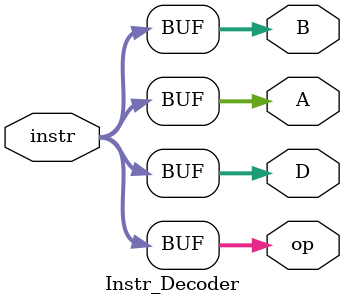
<source format=v>
module Instr_Decoder 
#(
    parameter       INSTR_WIDTH             = 0,
    parameter       OPCODE_WIDTH            = 0,
    parameter       D_OPERAND_WIDTH         = 0,
    parameter       A_OPERAND_WIDTH         = 0,
    parameter       B_OPERAND_WIDTH         = 0
)
(
    input   wire    [INSTR_WIDTH-1:0]       instr,
    output  reg     [OPCODE_WIDTH-1:0]      op,
    output  reg     [D_OPERAND_WIDTH-1:0]   D,    
    output  reg     [A_OPERAND_WIDTH-1:0]   A,    
    output  reg     [B_OPERAND_WIDTH-1:0]   B    
);
    always @(*) begin
        op  <= instr[(INSTR_WIDTH-1)                                                        : (D_OPERAND_WIDTH + A_OPERAND_WIDTH + B_OPERAND_WIDTH)];
        D   <= instr[(INSTR_WIDTH - OPCODE_WIDTH - 1)                                       : (A_OPERAND_WIDTH + B_OPERAND_WIDTH)];
        A   <= instr[(INSTR_WIDTH - OPCODE_WIDTH - D_OPERAND_WIDTH - 1)                     : B_OPERAND_WIDTH];
        B   <= instr[(INSTR_WIDTH - OPCODE_WIDTH - D_OPERAND_WIDTH - A_OPERAND_WIDTH - 1)   : 0];
    end
endmodule



</source>
